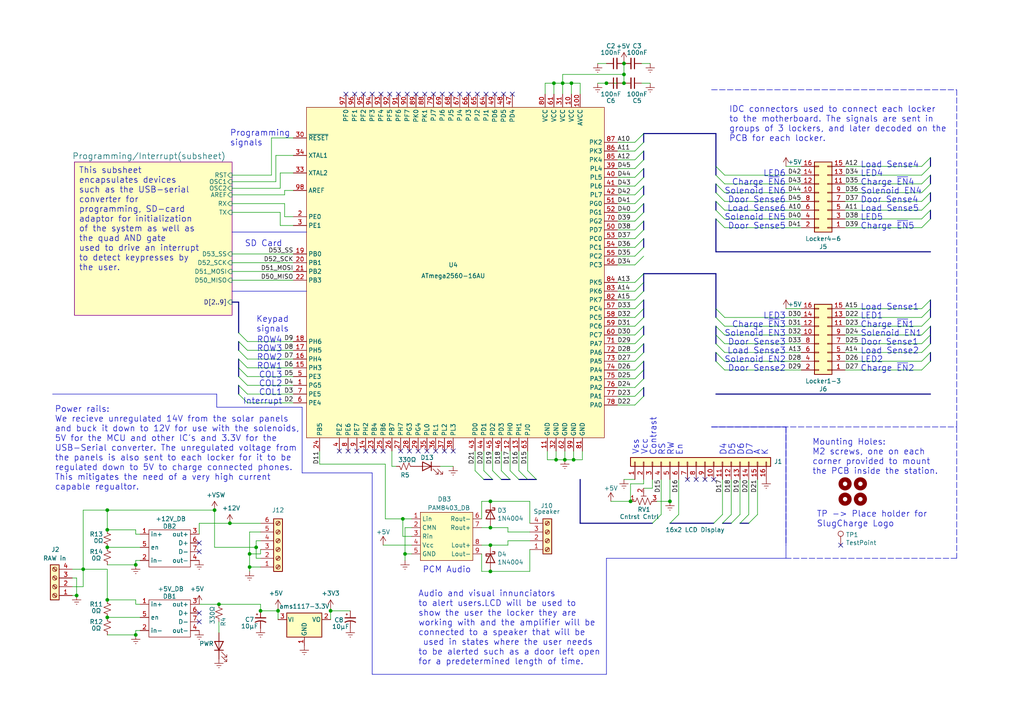
<source format=kicad_sch>
(kicad_sch (version 20200512) (host eeschema "(5.99.0-1662-g9db296991)")
  (page 1 2)
  (paper "A4")
  (title_block (title "SlughCharge Motherboard") (date "2020-05-23") (rev "4.1") (company "SlugCharge") (comment 1 "Engineer: Aditya Sehgal"))
  (junction (at 22.225 172.72))
  (junction (at 24.13 165.1))
  (junction (at 31.115 147.955))
  (junction (at 31.115 153.67))
  (junction (at 31.115 158.75))
  (junction (at 31.115 173.99))
  (junction (at 31.115 179.07))
  (junction (at 39.37 163.83))
  (junction (at 39.37 184.15))
  (junction (at 62.23 147.955))
  (junction (at 63.5 175.26))
  (junction (at 66.675 151.765))
  (junction (at 72.39 160.655))
  (junction (at 72.39 164.465))
  (junction (at 74.295 158.75))
  (junction (at 75.565 177.165))
  (junction (at 80.645 177.165))
  (junction (at 95.885 177.165))
  (junction (at 116.84 150.495))
  (junction (at 117.475 160.655))
  (junction (at 142.24 145.415))
  (junction (at 142.24 153.035))
  (junction (at 142.24 158.115))
  (junction (at 142.24 165.735))
  (junction (at 160.655 24.13))
  (junction (at 161.29 133.35))
  (junction (at 163.195 24.13))
  (junction (at 163.83 133.35))
  (junction (at 165.735 24.13))
  (junction (at 166.37 133.35))
  (junction (at 175.895 24.13))
  (junction (at 180.975 18.415))
  (junction (at 180.975 21.59))
  (junction (at 180.975 24.13))
  (junction (at 182.88 145.415))
  (junction (at 194.31 145.415))
  (no_connect (at 118.745 130.81))
  (no_connect (at 128.905 130.81))
  (no_connect (at 113.03 27.305))
  (no_connect (at 121.285 130.81))
  (no_connect (at 133.35 27.305))
  (no_connect (at 115.57 27.305))
  (no_connect (at 146.05 27.305))
  (no_connect (at 57.785 160.02))
  (no_connect (at 111.125 130.81))
  (no_connect (at 120.65 27.305))
  (no_connect (at 102.87 27.305))
  (no_connect (at 118.11 27.305))
  (no_connect (at 204.47 139.065))
  (no_connect (at 123.825 130.81))
  (no_connect (at 57.785 180.34))
  (no_connect (at 100.965 130.81))
  (no_connect (at 108.585 130.81))
  (no_connect (at 116.205 130.81))
  (no_connect (at 207.01 139.065))
  (no_connect (at 201.93 139.065))
  (no_connect (at 243.84 158.115))
  (no_connect (at 138.43 27.305))
  (no_connect (at 105.41 27.305))
  (no_connect (at 57.785 157.48))
  (no_connect (at 126.365 130.81))
  (no_connect (at 110.49 27.305))
  (no_connect (at 199.39 139.065))
  (no_connect (at 98.425 130.81))
  (no_connect (at 123.19 27.305))
  (no_connect (at 100.33 27.305))
  (no_connect (at 131.445 130.81))
  (no_connect (at 143.51 27.305))
  (no_connect (at 57.785 177.8))
  (no_connect (at 140.97 27.305))
  (no_connect (at 103.505 130.81))
  (no_connect (at 128.27 27.305))
  (no_connect (at 106.045 130.81))
  (no_connect (at 125.73 27.305))
  (no_connect (at 107.95 27.305))
  (no_connect (at 135.89 27.305))
  (no_connect (at 130.81 27.305))
  (no_connect (at 148.59 27.305))
  (bus_entry (at 69.215 96.52) (size 2.54 2.54))
  (bus_entry (at 71.755 101.6) (size -2.54 -2.54))
  (bus_entry (at 71.755 104.14) (size -2.54 -2.54))
  (bus_entry (at 71.755 106.68) (size -2.54 -2.54))
  (bus_entry (at 71.755 109.22) (size -2.54 -2.54))
  (bus_entry (at 71.755 111.76) (size -2.54 -2.54))
  (bus_entry (at 71.755 114.3) (size -2.54 -2.54))
  (bus_entry (at 71.755 116.84) (size -2.54 -2.54))
  (bus_entry (at 140.335 139.065) (size -2.54 -2.54))
  (bus_entry (at 142.875 139.065) (size -2.54 -2.54))
  (bus_entry (at 145.415 139.065) (size -2.54 -2.54))
  (bus_entry (at 147.955 139.065) (size -2.54 -2.54))
  (bus_entry (at 150.495 139.065) (size -2.54 -2.54))
  (bus_entry (at 153.035 139.065) (size -2.54 -2.54))
  (bus_entry (at 155.575 139.065) (size -2.54 -2.54))
  (bus_entry (at 184.15 41.275) (size 2.54 -2.54))
  (bus_entry (at 184.15 43.815) (size 2.54 -2.54))
  (bus_entry (at 184.15 46.355) (size 2.54 -2.54))
  (bus_entry (at 184.15 48.895) (size 2.54 -2.54))
  (bus_entry (at 184.15 51.435) (size 2.54 -2.54))
  (bus_entry (at 184.15 53.975) (size 2.54 -2.54))
  (bus_entry (at 184.15 56.515) (size 2.54 -2.54))
  (bus_entry (at 184.15 59.055) (size 2.54 -2.54))
  (bus_entry (at 184.15 61.595) (size 2.54 -2.54))
  (bus_entry (at 184.15 64.135) (size 2.54 -2.54))
  (bus_entry (at 184.15 66.675) (size 2.54 -2.54))
  (bus_entry (at 184.15 69.215) (size 2.54 -2.54))
  (bus_entry (at 184.15 71.755) (size 2.54 -2.54))
  (bus_entry (at 184.15 74.295) (size 2.54 -2.54))
  (bus_entry (at 184.15 76.835) (size 2.54 -2.54))
  (bus_entry (at 184.15 81.915) (size 2.54 -2.54))
  (bus_entry (at 184.15 84.455) (size 2.54 -2.54))
  (bus_entry (at 184.15 86.995) (size 2.54 -2.54))
  (bus_entry (at 184.15 89.535) (size 2.54 -2.54))
  (bus_entry (at 184.15 92.075) (size 2.54 -2.54))
  (bus_entry (at 184.15 94.615) (size 2.54 -2.54))
  (bus_entry (at 184.15 97.155) (size 2.54 -2.54))
  (bus_entry (at 184.15 99.695) (size 2.54 -2.54))
  (bus_entry (at 184.15 102.235) (size 2.54 -2.54))
  (bus_entry (at 184.15 104.775) (size 2.54 -2.54))
  (bus_entry (at 184.15 107.315) (size 2.54 -2.54))
  (bus_entry (at 184.15 109.855) (size 2.54 -2.54))
  (bus_entry (at 184.15 112.395) (size 2.54 -2.54))
  (bus_entry (at 184.15 114.935) (size 2.54 -2.54))
  (bus_entry (at 184.15 117.475) (size 2.54 -2.54))
  (bus_entry (at 189.23 151.765) (size 2.54 -2.54))
  (bus_entry (at 194.31 151.765) (size 2.54 -2.54))
  (bus_entry (at 207.01 151.765) (size 2.54 -2.54))
  (bus_entry (at 209.55 151.765) (size 2.54 -2.54))
  (bus_entry (at 210.185 50.8) (size -2.54 -2.54))
  (bus_entry (at 210.185 53.34) (size -2.54 -2.54))
  (bus_entry (at 210.185 55.88) (size -2.54 -2.54))
  (bus_entry (at 210.185 58.42) (size -2.54 -2.54))
  (bus_entry (at 210.185 60.96) (size -2.54 -2.54))
  (bus_entry (at 210.185 63.5) (size -2.54 -2.54))
  (bus_entry (at 210.185 66.04) (size -2.54 -2.54))
  (bus_entry (at 210.185 92.075) (size -2.54 -2.54))
  (bus_entry (at 210.185 94.615) (size -2.54 -2.54))
  (bus_entry (at 210.185 97.155) (size -2.54 -2.54))
  (bus_entry (at 210.185 99.695) (size -2.54 -2.54))
  (bus_entry (at 210.185 102.235) (size -2.54 -2.54))
  (bus_entry (at 210.185 104.775) (size -2.54 -2.54))
  (bus_entry (at 210.185 107.315) (size -2.54 -2.54))
  (bus_entry (at 212.09 151.765) (size 2.54 -2.54))
  (bus_entry (at 214.63 151.765) (size 2.54 -2.54))
  (bus_entry (at 217.17 151.765) (size 2.54 -2.54))
  (bus_entry (at 267.335 48.26) (size 2.54 -2.54))
  (bus_entry (at 267.335 50.8) (size 2.54 -2.54))
  (bus_entry (at 267.335 53.34) (size 2.54 -2.54))
  (bus_entry (at 267.335 55.88) (size 2.54 -2.54))
  (bus_entry (at 267.335 58.42) (size 2.54 -2.54))
  (bus_entry (at 267.335 60.96) (size 2.54 -2.54))
  (bus_entry (at 267.335 63.5) (size 2.54 -2.54))
  (bus_entry (at 267.335 66.04) (size 2.54 -2.54))
  (bus_entry (at 267.335 89.535) (size 2.54 -2.54))
  (bus_entry (at 267.335 92.075) (size 2.54 -2.54))
  (bus_entry (at 267.335 94.615) (size 2.54 -2.54))
  (bus_entry (at 267.335 97.155) (size 2.54 -2.54))
  (bus_entry (at 267.335 99.695) (size 2.54 -2.54))
  (bus_entry (at 267.335 102.235) (size 2.54 -2.54))
  (bus_entry (at 267.335 104.775) (size 2.54 -2.54))
  (bus_entry (at 267.335 107.315) (size 2.54 -2.54))
  (wire (pts (xy 20.955 165.1) (xy 24.13 165.1)))
  (wire (pts (xy 20.955 167.64) (xy 22.225 167.64)))
  (wire (pts (xy 20.955 170.18) (xy 24.13 170.18)))
  (wire (pts (xy 22.225 167.64) (xy 22.225 172.72)))
  (wire (pts (xy 22.225 172.72) (xy 20.955 172.72)))
  (wire (pts (xy 24.13 147.955) (xy 24.13 165.1)))
  (wire (pts (xy 24.13 165.1) (xy 24.13 170.18)))
  (wire (pts (xy 24.13 165.1) (xy 31.115 165.1)))
  (wire (pts (xy 31.115 147.955) (xy 24.13 147.955)))
  (wire (pts (xy 31.115 147.955) (xy 31.115 153.67)))
  (wire (pts (xy 31.115 147.955) (xy 62.23 147.955)))
  (wire (pts (xy 31.115 153.67) (xy 39.37 153.67)))
  (wire (pts (xy 31.115 163.83) (xy 39.37 163.83)))
  (wire (pts (xy 31.115 165.1) (xy 31.115 173.99)))
  (wire (pts (xy 31.115 173.99) (xy 39.37 173.99)))
  (wire (pts (xy 31.115 184.15) (xy 39.37 184.15)))
  (wire (pts (xy 39.37 153.67) (xy 39.37 154.94)))
  (wire (pts (xy 39.37 154.94) (xy 40.64 154.94)))
  (wire (pts (xy 39.37 162.56) (xy 40.64 162.56)))
  (wire (pts (xy 39.37 163.83) (xy 39.37 162.56)))
  (wire (pts (xy 39.37 173.99) (xy 39.37 175.26)))
  (wire (pts (xy 39.37 175.26) (xy 40.64 175.26)))
  (wire (pts (xy 39.37 182.88) (xy 39.37 184.15)))
  (wire (pts (xy 40.64 158.75) (xy 31.115 158.75)))
  (wire (pts (xy 40.64 179.07) (xy 31.115 179.07)))
  (wire (pts (xy 40.64 182.88) (xy 39.37 182.88)))
  (wire (pts (xy 57.785 151.765) (xy 57.785 154.94)))
  (wire (pts (xy 57.785 151.765) (xy 66.675 151.765)))
  (wire (pts (xy 57.785 175.26) (xy 63.5 175.26)))
  (wire (pts (xy 62.23 158.75) (xy 62.23 147.955)))
  (wire (pts (xy 62.23 158.75) (xy 74.295 158.75)))
  (wire (pts (xy 63.5 180.34) (xy 63.5 183.515)))
  (wire (pts (xy 66.675 151.765) (xy 75.565 151.765)))
  (wire (pts (xy 67.31 50.8) (xy 78.74 50.8)))
  (wire (pts (xy 67.31 52.705) (xy 80.01 52.705)))
  (wire (pts (xy 67.31 54.61) (xy 81.28 54.61)))
  (wire (pts (xy 67.31 56.515) (xy 82.55 56.515)))
  (wire (pts (xy 67.31 59.055) (xy 82.55 59.055)))
  (wire (pts (xy 67.31 61.595) (xy 81.28 61.595)))
  (wire (pts (xy 67.31 73.66) (xy 85.09 73.66)))
  (wire (pts (xy 67.31 76.2) (xy 85.09 76.2)))
  (wire (pts (xy 67.31 78.74) (xy 85.09 78.74)))
  (wire (pts (xy 67.31 81.28) (xy 85.09 81.28)))
  (wire (pts (xy 71.755 99.06) (xy 85.09 99.06)))
  (wire (pts (xy 71.755 101.6) (xy 85.09 101.6)))
  (wire (pts (xy 71.755 104.14) (xy 85.09 104.14)))
  (wire (pts (xy 71.755 106.68) (xy 85.09 106.68)))
  (wire (pts (xy 71.755 109.22) (xy 85.09 109.22)))
  (wire (pts (xy 71.755 111.76) (xy 85.09 111.76)))
  (wire (pts (xy 71.755 114.3) (xy 85.09 114.3)))
  (wire (pts (xy 71.755 116.84) (xy 85.09 116.84)))
  (wire (pts (xy 72.39 154.305) (xy 75.565 154.305)))
  (wire (pts (xy 72.39 160.655) (xy 72.39 154.305)))
  (wire (pts (xy 72.39 164.465) (xy 72.39 160.655)))
  (wire (pts (xy 72.39 164.465) (xy 72.39 165.735)))
  (wire (pts (xy 74.295 156.845) (xy 74.295 158.75)))
  (wire (pts (xy 74.295 158.75) (xy 74.295 161.925)))
  (wire (pts (xy 74.295 161.925) (xy 75.565 161.925)))
  (wire (pts (xy 75.565 156.845) (xy 74.295 156.845)))
  (wire (pts (xy 75.565 159.385) (xy 75.565 160.655)))
  (wire (pts (xy 75.565 160.655) (xy 72.39 160.655)))
  (wire (pts (xy 75.565 164.465) (xy 72.39 164.465)))
  (wire (pts (xy 75.565 175.26) (xy 63.5 175.26)))
  (wire (pts (xy 75.565 177.165) (xy 75.565 175.26)))
  (wire (pts (xy 75.565 177.165) (xy 80.645 177.165)))
  (wire (pts (xy 78.74 40.005) (xy 85.09 40.005)))
  (wire (pts (xy 78.74 50.8) (xy 78.74 40.005)))
  (wire (pts (xy 80.01 45.085) (xy 85.09 45.085)))
  (wire (pts (xy 80.01 52.705) (xy 80.01 45.085)))
  (wire (pts (xy 80.645 176.53) (xy 80.645 177.165)))
  (wire (pts (xy 80.645 177.165) (xy 80.645 179.705)))
  (wire (pts (xy 81.28 50.165) (xy 85.09 50.165)))
  (wire (pts (xy 81.28 54.61) (xy 81.28 50.165)))
  (wire (pts (xy 81.28 61.595) (xy 81.28 65.405)))
  (wire (pts (xy 81.28 65.405) (xy 85.09 65.405)))
  (wire (pts (xy 82.55 55.245) (xy 85.09 55.245)))
  (wire (pts (xy 82.55 56.515) (xy 82.55 55.245)))
  (wire (pts (xy 82.55 59.055) (xy 82.55 62.865)))
  (wire (pts (xy 82.55 62.865) (xy 85.09 62.865)))
  (wire (pts (xy 92.71 134.62) (xy 92.71 130.81)))
  (wire (pts (xy 95.885 176.53) (xy 95.885 177.165)))
  (wire (pts (xy 95.885 177.165) (xy 95.885 179.705)))
  (wire (pts (xy 95.885 177.165) (xy 101.6 177.165)))
  (wire (pts (xy 111.125 158.115) (xy 119.38 158.115)))
  (wire (pts (xy 111.76 134.62) (xy 92.71 134.62)))
  (wire (pts (xy 111.76 150.495) (xy 111.76 134.62)))
  (wire (pts (xy 113.665 130.81) (xy 113.665 135.255)))
  (wire (pts (xy 113.665 135.255) (xy 114.935 135.255)))
  (wire (pts (xy 116.84 150.495) (xy 111.76 150.495)))
  (wire (pts (xy 116.84 150.495) (xy 116.84 155.575)))
  (wire (pts (xy 116.84 150.495) (xy 119.38 150.495)))
  (wire (pts (xy 116.84 155.575) (xy 119.38 155.575)))
  (wire (pts (xy 117.475 153.035) (xy 119.38 153.035)))
  (wire (pts (xy 117.475 160.655) (xy 117.475 153.035)))
  (wire (pts (xy 117.475 162.56) (xy 117.475 160.655)))
  (wire (pts (xy 119.38 160.655) (xy 117.475 160.655)))
  (wire (pts (xy 127.635 135.255) (xy 131.445 135.255)))
  (wire (pts (xy 137.795 130.81) (xy 137.795 136.525)))
  (wire (pts (xy 139.7 145.415) (xy 139.7 150.495)))
  (wire (pts (xy 139.7 153.035) (xy 142.24 153.035)))
  (wire (pts (xy 139.7 160.655) (xy 139.7 165.735)))
  (wire (pts (xy 139.7 165.735) (xy 142.24 165.735)))
  (wire (pts (xy 140.335 130.81) (xy 140.335 136.525)))
  (wire (pts (xy 142.24 145.415) (xy 139.7 145.415)))
  (wire (pts (xy 142.24 145.415) (xy 153.67 145.415)))
  (wire (pts (xy 142.24 153.035) (xy 147.32 153.035)))
  (wire (pts (xy 142.24 158.115) (xy 139.7 158.115)))
  (wire (pts (xy 142.24 158.115) (xy 147.32 158.115)))
  (wire (pts (xy 142.875 130.81) (xy 142.875 136.525)))
  (wire (pts (xy 145.415 130.81) (xy 145.415 136.525)))
  (wire (pts (xy 147.32 153.035) (xy 147.32 154.305)))
  (wire (pts (xy 147.32 154.305) (xy 153.67 154.305)))
  (wire (pts (xy 147.32 156.845) (xy 153.67 156.845)))
  (wire (pts (xy 147.32 158.115) (xy 147.32 156.845)))
  (wire (pts (xy 147.955 130.81) (xy 147.955 136.525)))
  (wire (pts (xy 150.495 130.81) (xy 150.495 136.525)))
  (wire (pts (xy 153.035 130.81) (xy 153.035 136.525)))
  (wire (pts (xy 153.67 145.415) (xy 153.67 151.765)))
  (wire (pts (xy 153.67 165.735) (xy 142.24 165.735)))
  (wire (pts (xy 153.67 165.735) (xy 153.67 159.385)))
  (wire (pts (xy 158.115 24.13) (xy 158.115 27.305)))
  (wire (pts (xy 158.115 24.13) (xy 160.655 24.13)))
  (wire (pts (xy 158.75 133.35) (xy 158.75 130.81)))
  (wire (pts (xy 160.655 24.13) (xy 160.655 27.305)))
  (wire (pts (xy 160.655 24.13) (xy 163.195 24.13)))
  (wire (pts (xy 161.29 130.81) (xy 161.29 133.35)))
  (wire (pts (xy 161.29 133.35) (xy 158.75 133.35)))
  (wire (pts (xy 163.195 21.59) (xy 163.195 24.13)))
  (wire (pts (xy 163.195 24.13) (xy 163.195 27.305)))
  (wire (pts (xy 163.195 24.13) (xy 165.735 24.13)))
  (wire (pts (xy 163.83 130.81) (xy 163.83 133.35)))
  (wire (pts (xy 163.83 133.35) (xy 161.29 133.35)))
  (wire (pts (xy 165.735 24.13) (xy 165.735 27.305)))
  (wire (pts (xy 165.735 24.13) (xy 168.275 24.13)))
  (wire (pts (xy 166.37 130.81) (xy 166.37 133.35)))
  (wire (pts (xy 166.37 133.35) (xy 163.83 133.35)))
  (wire (pts (xy 168.275 24.13) (xy 168.275 27.305)))
  (wire (pts (xy 168.91 130.81) (xy 168.91 133.35)))
  (wire (pts (xy 168.91 133.35) (xy 166.37 133.35)))
  (wire (pts (xy 175.895 18.415) (xy 173.355 18.415)))
  (wire (pts (xy 175.895 24.13) (xy 173.355 24.13)))
  (wire (pts (xy 177.165 145.415) (xy 182.88 145.415)))
  (wire (pts (xy 179.07 41.275) (xy 184.15 41.275)))
  (wire (pts (xy 179.07 43.815) (xy 184.15 43.815)))
  (wire (pts (xy 179.07 46.355) (xy 184.15 46.355)))
  (wire (pts (xy 179.07 48.895) (xy 184.15 48.895)))
  (wire (pts (xy 179.07 51.435) (xy 184.15 51.435)))
  (wire (pts (xy 179.07 53.975) (xy 184.15 53.975)))
  (wire (pts (xy 179.07 56.515) (xy 184.15 56.515)))
  (wire (pts (xy 179.07 59.055) (xy 184.15 59.055)))
  (wire (pts (xy 179.07 61.595) (xy 184.15 61.595)))
  (wire (pts (xy 179.07 64.135) (xy 184.15 64.135)))
  (wire (pts (xy 179.07 66.675) (xy 184.15 66.675)))
  (wire (pts (xy 179.07 69.215) (xy 184.15 69.215)))
  (wire (pts (xy 179.07 71.755) (xy 184.15 71.755)))
  (wire (pts (xy 179.07 74.295) (xy 184.15 74.295)))
  (wire (pts (xy 179.07 76.835) (xy 184.15 76.835)))
  (wire (pts (xy 179.07 81.915) (xy 184.15 81.915)))
  (wire (pts (xy 179.07 84.455) (xy 184.15 84.455)))
  (wire (pts (xy 179.07 86.995) (xy 184.15 86.995)))
  (wire (pts (xy 179.07 89.535) (xy 184.15 89.535)))
  (wire (pts (xy 179.07 92.075) (xy 184.15 92.075)))
  (wire (pts (xy 179.07 94.615) (xy 184.15 94.615)))
  (wire (pts (xy 179.07 97.155) (xy 184.15 97.155)))
  (wire (pts (xy 179.07 99.695) (xy 184.15 99.695)))
  (wire (pts (xy 179.07 102.235) (xy 184.15 102.235)))
  (wire (pts (xy 179.07 104.775) (xy 184.15 104.775)))
  (wire (pts (xy 179.07 107.315) (xy 184.15 107.315)))
  (wire (pts (xy 179.07 109.855) (xy 184.15 109.855)))
  (wire (pts (xy 179.07 112.395) (xy 184.15 112.395)))
  (wire (pts (xy 179.07 114.935) (xy 184.15 114.935)))
  (wire (pts (xy 179.07 117.475) (xy 184.15 117.475)))
  (wire (pts (xy 180.975 17.78) (xy 180.975 18.415)))
  (wire (pts (xy 180.975 18.415) (xy 180.975 21.59)))
  (wire (pts (xy 180.975 21.59) (xy 163.195 21.59)))
  (wire (pts (xy 180.975 21.59) (xy 180.975 24.13)))
  (wire (pts (xy 180.975 24.13) (xy 175.895 24.13)))
  (wire (pts (xy 180.975 139.065) (xy 184.15 139.065)))
  (wire (pts (xy 182.88 140.335) (xy 182.88 145.415)))
  (wire (pts (xy 186.055 18.415) (xy 188.595 18.415)))
  (wire (pts (xy 186.055 24.13) (xy 188.595 24.13)))
  (wire (pts (xy 186.69 139.065) (xy 186.69 140.335)))
  (wire (pts (xy 186.69 140.335) (xy 182.88 140.335)))
  (wire (pts (xy 186.69 141.605) (xy 189.23 141.605)))
  (wire (pts (xy 189.23 141.605) (xy 189.23 139.065)))
  (wire (pts (xy 190.5 145.415) (xy 194.31 145.415)))
  (wire (pts (xy 191.77 139.065) (xy 191.77 149.225)))
  (wire (pts (xy 194.31 139.065) (xy 194.31 145.415)))
  (wire (pts (xy 196.85 139.065) (xy 196.85 149.225)))
  (wire (pts (xy 209.55 139.065) (xy 209.55 149.225)))
  (wire (pts (xy 210.185 50.8) (xy 232.41 50.8)))
  (wire (pts (xy 210.185 53.34) (xy 232.41 53.34)))
  (wire (pts (xy 210.185 55.88) (xy 232.41 55.88)))
  (wire (pts (xy 210.185 58.42) (xy 232.41 58.42)))
  (wire (pts (xy 210.185 60.96) (xy 232.41 60.96)))
  (wire (pts (xy 210.185 63.5) (xy 232.41 63.5)))
  (wire (pts (xy 210.185 66.04) (xy 232.41 66.04)))
  (wire (pts (xy 210.185 92.075) (xy 232.41 92.075)))
  (wire (pts (xy 210.185 94.615) (xy 232.41 94.615)))
  (wire (pts (xy 210.185 97.155) (xy 232.41 97.155)))
  (wire (pts (xy 210.185 99.695) (xy 232.41 99.695)))
  (wire (pts (xy 210.185 102.235) (xy 232.41 102.235)))
  (wire (pts (xy 210.185 104.775) (xy 232.41 104.775)))
  (wire (pts (xy 210.185 107.315) (xy 232.41 107.315)))
  (wire (pts (xy 212.09 139.065) (xy 212.09 149.225)))
  (wire (pts (xy 214.63 139.065) (xy 214.63 149.225)))
  (wire (pts (xy 217.17 139.065) (xy 217.17 149.225)))
  (wire (pts (xy 219.71 139.065) (xy 219.71 149.225)))
  (wire (pts (xy 227.965 48.26) (xy 232.41 48.26)))
  (wire (pts (xy 227.965 89.535) (xy 232.41 89.535)))
  (wire (pts (xy 245.11 48.26) (xy 267.335 48.26)))
  (wire (pts (xy 245.11 50.8) (xy 267.335 50.8)))
  (wire (pts (xy 245.11 53.34) (xy 267.335 53.34)))
  (wire (pts (xy 245.11 55.88) (xy 267.335 55.88)))
  (wire (pts (xy 245.11 58.42) (xy 267.335 58.42)))
  (wire (pts (xy 245.11 60.96) (xy 267.335 60.96)))
  (wire (pts (xy 245.11 63.5) (xy 267.335 63.5)))
  (wire (pts (xy 245.11 66.04) (xy 267.335 66.04)))
  (wire (pts (xy 245.11 89.535) (xy 267.335 89.535)))
  (wire (pts (xy 245.11 92.075) (xy 267.335 92.075)))
  (wire (pts (xy 245.11 94.615) (xy 267.335 94.615)))
  (wire (pts (xy 245.11 97.155) (xy 267.335 97.155)))
  (wire (pts (xy 245.11 99.695) (xy 267.335 99.695)))
  (wire (pts (xy 245.11 102.235) (xy 267.335 102.235)))
  (wire (pts (xy 245.11 104.775) (xy 267.335 104.775)))
  (wire (pts (xy 245.11 107.315) (xy 267.335 107.315)))
  (bus (pts (xy 69.215 87.63) (xy 67.31 87.63)))
  (bus (pts (xy 69.215 87.63) (xy 69.215 99.06)))
  (bus (pts (xy 69.215 99.06) (xy 69.215 104.14)))
  (bus (pts (xy 69.215 104.14) (xy 69.215 106.68)))
  (bus (pts (xy 69.215 106.68) (xy 69.215 111.76)))
  (bus (pts (xy 69.215 111.76) (xy 69.215 114.3)))
  (bus (pts (xy 140.335 139.065) (xy 145.415 139.065)))
  (bus (pts (xy 145.415 139.065) (xy 150.495 139.065)))
  (bus (pts (xy 150.495 139.065) (xy 153.035 139.065)))
  (bus (pts (xy 153.035 139.065) (xy 168.275 139.065)))
  (bus (pts (xy 168.275 151.765) (xy 168.275 139.065)))
  (bus (pts (xy 168.275 151.765) (xy 194.31 151.765)))
  (bus (pts (xy 186.69 38.735) (xy 186.69 43.815)))
  (bus (pts (xy 186.69 38.735) (xy 207.645 38.735)))
  (bus (pts (xy 186.69 43.815) (xy 186.69 48.895)))
  (bus (pts (xy 186.69 48.895) (xy 186.69 53.975)))
  (bus (pts (xy 186.69 53.975) (xy 186.69 59.055)))
  (bus (pts (xy 186.69 59.055) (xy 186.69 64.135)))
  (bus (pts (xy 186.69 64.135) (xy 186.69 69.215)))
  (bus (pts (xy 186.69 69.215) (xy 186.69 74.295)))
  (bus (pts (xy 186.69 79.375) (xy 186.69 81.915)))
  (bus (pts (xy 186.69 79.375) (xy 207.645 79.375)))
  (bus (pts (xy 186.69 81.915) (xy 186.69 86.995)))
  (bus (pts (xy 186.69 86.995) (xy 186.69 89.535)))
  (bus (pts (xy 186.69 89.535) (xy 186.69 94.615)))
  (bus (pts (xy 186.69 94.615) (xy 186.69 99.695)))
  (bus (pts (xy 186.69 99.695) (xy 186.69 104.775)))
  (bus (pts (xy 186.69 104.775) (xy 186.69 107.315)))
  (bus (pts (xy 186.69 107.315) (xy 186.69 112.395)))
  (bus (pts (xy 186.69 112.395) (xy 186.69 114.935)))
  (bus (pts (xy 194.31 151.765) (xy 209.55 151.765)))
  (bus (pts (xy 207.645 38.735) (xy 207.645 48.26)))
  (bus (pts (xy 207.645 48.26) (xy 207.645 53.34)))
  (bus (pts (xy 207.645 53.34) (xy 207.645 58.42)))
  (bus (pts (xy 207.645 58.42) (xy 207.645 63.5)))
  (bus (pts (xy 207.645 63.5) (xy 207.645 73.025)))
  (bus (pts (xy 207.645 73.025) (xy 269.875 73.025)))
  (bus (pts (xy 207.645 79.375) (xy 207.645 89.535)))
  (bus (pts (xy 207.645 89.535) (xy 207.645 94.615)))
  (bus (pts (xy 207.645 94.615) (xy 207.645 97.155)))
  (bus (pts (xy 207.645 97.155) (xy 207.645 102.235)))
  (bus (pts (xy 207.645 102.235) (xy 207.645 114.3)))
  (bus (pts (xy 207.645 114.3) (xy 269.875 114.3)))
  (bus (pts (xy 209.55 151.765) (xy 214.63 151.765)))
  (bus (pts (xy 214.63 151.765) (xy 217.17 151.765)))
  (bus (pts (xy 269.875 45.72) (xy 269.875 50.8)))
  (bus (pts (xy 269.875 50.8) (xy 269.875 55.88)))
  (bus (pts (xy 269.875 55.88) (xy 269.875 60.96)))
  (bus (pts (xy 269.875 60.96) (xy 269.875 73.025)))
  (bus (pts (xy 269.875 86.995) (xy 269.875 89.535)))
  (bus (pts (xy 269.875 89.535) (xy 269.875 94.615)))
  (bus (pts (xy 269.875 94.615) (xy 269.875 97.155)))
  (bus (pts (xy 269.875 97.155) (xy 269.875 102.235)))
  (bus (pts (xy 269.875 102.235) (xy 269.875 114.3)))
  (polyline (pts (xy 15.24 114.3) (xy 62.865 114.3)))
  (polyline (pts (xy 62.865 114.3) (xy 62.865 118.11)))
  (polyline (pts (xy 62.865 118.11) (xy 75.565 118.11)))
  (polyline (pts (xy 67.31 67.31) (xy 88.9 67.31)))
  (polyline (pts (xy 67.31 84.455) (xy 88.9 84.455)))
  (polyline (pts (xy 75.565 118.11) (xy 87.63 118.11)))
  (polyline (pts (xy 87.63 118.11) (xy 87.63 137.16)))
  (polyline (pts (xy 87.63 137.16) (xy 107.95 137.16)))
  (polyline (pts (xy 107.95 137.16) (xy 107.95 195.58)))
  (polyline (pts (xy 107.95 195.58) (xy 175.895 195.58)))
  (polyline (pts (xy 175.895 161.925) (xy 227.965 161.925)))
  (polyline (pts (xy 175.895 195.58) (xy 175.895 161.925)))
  (polyline (pts (xy 206.375 26.035) (xy 277.495 26.035)) (stroke (width 0.1524) (type dash)))
  (polyline (pts (xy 206.375 123.825) (xy 277.495 123.825)) (stroke (width 0.1524) (type dash)))
  (polyline (pts (xy 227.965 123.825) (xy 206.375 123.825)))
  (polyline (pts (xy 227.965 123.825) (xy 227.965 158.115)) (stroke (width 0.1524) (type dash)))
  (polyline (pts (xy 227.965 161.925) (xy 227.965 123.825)))
  (polyline (pts (xy 277.495 26.035) (xy 277.495 123.825)) (stroke (width 0.1524) (type dash)))
  (polyline (pts (xy 277.495 123.825) (xy 277.495 161.925)) (stroke (width 0.1524) (type dash)))
  (polyline (pts (xy 277.495 161.925) (xy 227.965 161.925)) (stroke (width 0.1524) (type dash)))
  (text "Power rails:\nWe recieve unregulated 14V from the solar panels \nand buck it down to 12V for use with the solenoids, \n5V for the MCU and other IC's and 3.3V for the \nUSB-Serial converter. The unregulated voltage from \nthe panels is also sent to each locker for it to be \nregulated down to 5V to charge connected phones. \nThis mitigates the need of a very high current \ncapable regualtor." (at 15.875 142.367 0) (effects (font (size 1.75 1.75)) (justify left bottom)))
  (text "This subsheet \nencapsulates devices \nsuch as the USB-serial \nconverter for \nprogramming, SD-card \nadaptor for initialization \nof the system as well as \nthe quad AND gate \nused to drive an interrupt \nto detect keypresses by \nthe user." (at 22.86 78.74 0) (effects (font (size 1.75 1.75)) (justify left bottom)))
  (text "Programming\nsignals" (at 66.675 42.545 0) (effects (font (size 1.75 1.75)) (justify left bottom)))
  (text "Keypad \nsignals" (at 74.295 96.52 0) (effects (font (size 1.75 1.75)) (justify left bottom)))
  (text "SD Card" (at 81.915 71.755 180) (effects (font (size 1.75 1.75)) (justify right bottom)))
  (text "ROW4" (at 81.915 99.695 180) (effects (font (size 1.75 1.75)) (justify right bottom)))
  (text "ROW3" (at 81.915 102.235 180) (effects (font (size 1.75 1.75)) (justify right bottom)))
  (text "ROW2" (at 81.915 104.775 180) (effects (font (size 1.75 1.75)) (justify right bottom)))
  (text "ROW1" (at 81.915 107.315 180) (effects (font (size 1.75 1.75)) (justify right bottom)))
  (text "COL3" (at 81.915 109.855 180) (effects (font (size 1.75 1.75)) (justify right bottom)))
  (text "COL2" (at 81.915 112.395 180) (effects (font (size 1.75 1.75)) (justify right bottom)))
  (text "COL1" (at 81.915 114.935 180) (effects (font (size 1.75 1.75)) (justify right bottom)))
  (text "Interrupt" (at 81.915 117.475 180) (effects (font (size 1.75 1.75)) (justify right bottom)))
  (text "Audio and visual innunciators \nto alert users.LCD will be used to \nshow the user the locker they are \nworking with and the amplifier will be \nconnected to a speaker that will be\n used in states where the user needs \nto be alerted such as a door left open \nfor a predetermined length of time." (at 121.285 193.04 0) (effects (font (size 1.75 1.75)) (justify left bottom)))
  (text "PCM Audio" (at 122.555 166.37 0) (effects (font (size 1.75 1.75)) (justify left bottom)))
  (text "Vss" (at 185.42 131.953 90) (effects (font (size 1.75 1.75)) (justify left bottom)))
  (text "Vcc" (at 187.96 131.953 90) (effects (font (size 1.75 1.75)) (justify left bottom)))
  (text "Contrast" (at 190.5 132.207 90) (effects (font (size 1.75 1.75)) (justify left bottom)))
  (text "RS" (at 193.04 132.207 90) (effects (font (size 1.75 1.75)) (justify left bottom)))
  (text "RW" (at 195.58 132.207 90) (effects (font (size 1.75 1.75)) (justify left bottom)))
  (text "En" (at 198.12 132.207 90) (effects (font (size 1.75 1.75)) (justify left bottom)))
  (text "D4" (at 210.82 132.207 90) (effects (font (size 1.75 1.75)) (justify left bottom)))
  (text "IDC connectors used to connect each locker \nto the motherboard. The signals are sent in \ngroups of 3 lockers, and later decoded on the \nPCB for each locker." (at 211.455 41.275 0) (effects (font (size 1.75 1.75)) (justify left bottom)))
  (text "D5" (at 213.36 132.207 90) (effects (font (size 1.75 1.75)) (justify left bottom)))
  (text "D6" (at 215.9 132.207 90) (effects (font (size 1.75 1.75)) (justify left bottom)))
  (text "D7" (at 218.44 132.207 90) (effects (font (size 1.75 1.75)) (justify left bottom)))
  (text "A" (at 220.599 132.08 90) (effects (font (size 1.75 1.75)) (justify left bottom)))
  (text "K" (at 222.885 132.207 90) (effects (font (size 1.75 1.75)) (justify left bottom)))
  (text "LED6" (at 227.965 51.435 180) (effects (font (size 1.75 1.75)) (justify right bottom)))
  (text "Charge ~EN~6" (at 227.965 53.975 180) (effects (font (size 1.75 1.75)) (justify right bottom)))
  (text "Solenoid EN6" (at 227.965 56.515 180) (effects (font (size 1.75 1.75)) (justify right bottom)))
  (text "Door Sense6" (at 227.965 59.055 180) (effects (font (size 1.75 1.75)) (justify right bottom)))
  (text "Load Sense6" (at 227.965 61.595 180) (effects (font (size 1.75 1.75)) (justify right bottom)))
  (text "Solenoid EN5" (at 227.965 64.135 180) (effects (font (size 1.75 1.75)) (justify right bottom)))
  (text "Door Sense5" (at 227.965 66.675 180) (effects (font (size 1.75 1.75)) (justify right bottom)))
  (text "LED3" (at 227.965 92.71 180) (effects (font (size 1.75 1.75)) (justify right bottom)))
  (text "Charge ~EN~3" (at 227.965 95.25 180) (effects (font (size 1.75 1.75)) (justify right bottom)))
  (text "Solenoid EN3" (at 227.965 97.79 180) (effects (font (size 1.75 1.75)) (justify right bottom)))
  (text "Door Sense3" (at 227.965 100.33 180) (effects (font (size 1.75 1.75)) (justify right bottom)))
  (text "Load Sense3" (at 227.965 102.87 180) (effects (font (size 1.75 1.75)) (justify right bottom)))
  (text "Solenoid EN2" (at 227.965 105.41 180) (effects (font (size 1.75 1.75)) (justify right bottom)))
  (text "Door Sense2" (at 227.965 107.95 180) (effects (font (size 1.75 1.75)) (justify right bottom)))
  (text "Mounting Holes:\nM2 screws, one on each \ncorner provided to mount \nthe PCB inside the station." (at 235.585 137.795 0) (effects (font (size 1.75 1.75)) (justify left bottom)))
  (text "TP -> Place holder for \nSlugCharge Logo" (at 236.855 153.035 0) (effects (font (size 1.75 1.75)) (justify left bottom)))
  (text "Load Sense4" (at 249.555 48.895 0) (effects (font (size 1.75 1.75)) (justify left bottom)))
  (text "LED4" (at 249.555 51.435 0) (effects (font (size 1.75 1.75)) (justify left bottom)))
  (text "Charge ~EN~4" (at 249.555 53.975 0) (effects (font (size 1.75 1.75)) (justify left bottom)))
  (text "Solenoid EN4" (at 249.555 56.515 0) (effects (font (size 1.75 1.75)) (justify left bottom)))
  (text "Door Sense4" (at 249.555 59.055 0) (effects (font (size 1.75 1.75)) (justify left bottom)))
  (text "Load Sense5" (at 249.555 61.595 0) (effects (font (size 1.75 1.75)) (justify left bottom)))
  (text "LED5" (at 249.555 64.135 0) (effects (font (size 1.75 1.75)) (justify left bottom)))
  (text "Charge ~EN~5" (at 249.555 66.675 0) (effects (font (size 1.75 1.75)) (justify left bottom)))
  (text "Load Sense1" (at 249.555 90.17 0) (effects (font (size 1.75 1.75)) (justify left bottom)))
  (text "LED1" (at 249.555 92.71 0) (effects (font (size 1.75 1.75)) (justify left bottom)))
  (text "Charge ~EN~1" (at 249.555 95.25 0) (effects (font (size 1.75 1.75)) (justify left bottom)))
  (text "Solenoid EN1" (at 249.555 97.79 0) (effects (font (size 1.75 1.75)) (justify left bottom)))
  (text "Door Sense1" (at 249.555 100.33 0) (effects (font (size 1.75 1.75)) (justify left bottom)))
  (text "Load Sense2" (at 249.555 102.87 0) (effects (font (size 1.75 1.75)) (justify left bottom)))
  (text "LED2" (at 249.555 105.41 0) (effects (font (size 1.75 1.75)) (justify left bottom)))
  (text "Charge ~EN~2" (at 249.555 107.95 0) (effects (font (size 1.75 1.75)) (justify left bottom)))
  (label "D53_SS" (at 85.09 73.66 180))
  (label "D52_SCK" (at 85.09 76.2 180))
  (label "D51_MOSI" (at 85.09 78.74 180))
  (label "D50_MISO" (at 85.09 81.28 180))
  (label "D9" (at 85.09 99.06 180))
  (label "D8" (at 85.09 101.6 180))
  (label "D7" (at 85.09 104.14 180))
  (label "D6" (at 85.09 106.68 180))
  (label "D5" (at 85.09 109.22 180))
  (label "D4" (at 85.09 111.76 180))
  (label "D3" (at 85.09 114.3 180))
  (label "D2" (at 85.09 116.84 180))
  (label "D11" (at 92.71 130.81 270))
  (label "D21" (at 137.795 130.81 270))
  (label "D20" (at 140.335 130.81 270))
  (label "D19" (at 142.875 130.81 270))
  (label "D18" (at 145.415 130.81 270))
  (label "D17" (at 147.955 130.81 270))
  (label "D16" (at 150.495 130.81 270))
  (label "D15" (at 153.035 130.81 270))
  (label "A10" (at 179.07 41.275 0))
  (label "A11" (at 179.07 43.815 0))
  (label "A12" (at 179.07 46.355 0))
  (label "D45" (at 179.07 48.895 0))
  (label "D44" (at 179.07 51.435 0))
  (label "D43" (at 179.07 53.975 0))
  (label "D42" (at 179.07 56.515 0))
  (label "D41" (at 179.07 59.055 0))
  (label "D40" (at 179.07 61.595 0))
  (label "D39" (at 179.07 64.135 0))
  (label "D38" (at 179.07 66.675 0))
  (label "D37" (at 179.07 69.215 0))
  (label "D36" (at 179.07 71.755 0))
  (label "D35" (at 179.07 74.295 0))
  (label "D34" (at 179.07 76.835 0))
  (label "A13" (at 179.07 81.915 0))
  (label "A14" (at 179.07 84.455 0))
  (label "A15" (at 179.07 86.995 0))
  (label "D33" (at 179.07 89.535 0))
  (label "D32" (at 179.07 92.075 0))
  (label "D31" (at 179.07 94.615 0))
  (label "D30" (at 179.07 97.155 0))
  (label "D29" (at 179.07 99.695 0))
  (label "D28" (at 179.07 102.235 0))
  (label "D27" (at 179.07 104.775 0))
  (label "D26" (at 179.07 107.315 0))
  (label "D25" (at 179.07 109.855 0))
  (label "D24" (at 179.07 112.395 0))
  (label "D23" (at 179.07 114.935 0))
  (label "D22" (at 179.07 117.475 0))
  (label "D15" (at 191.77 139.065 270))
  (label "D16" (at 196.85 139.065 270))
  (label "D17" (at 209.55 139.065 270))
  (label "D18" (at 212.09 139.065 270))
  (label "D19" (at 214.63 139.065 270))
  (label "D20" (at 217.17 139.065 270))
  (label "D21" (at 219.71 139.065 270))
  (label "D42" (at 232.41 50.8 180))
  (label "D43" (at 232.41 53.34 180))
  (label "D44" (at 232.41 55.88 180))
  (label "D45" (at 232.41 58.42 180))
  (label "A10" (at 232.41 60.96 180))
  (label "D40" (at 232.41 63.5 180))
  (label "D41" (at 232.41 66.04 180))
  (label "D30" (at 232.41 92.075 180))
  (label "D31" (at 232.41 94.615 180))
  (label "D32" (at 232.41 97.155 180))
  (label "D33" (at 232.41 99.695 180))
  (label "A13" (at 232.41 102.235 180))
  (label "D28" (at 232.41 104.775 180))
  (label "D29" (at 232.41 107.315 180))
  (label "A12" (at 245.11 48.26 0))
  (label "D34" (at 245.11 50.8 0))
  (label "D35" (at 245.11 53.34 0))
  (label "D36" (at 245.11 55.88 0))
  (label "D37" (at 245.11 58.42 0))
  (label "A11" (at 245.11 60.96 0))
  (label "D38" (at 245.11 63.5 0))
  (label "D39" (at 245.11 66.04 0))
  (label "A15" (at 245.11 89.535 0))
  (label "D22" (at 245.11 92.075 0))
  (label "D23" (at 245.11 94.615 0))
  (label "D24" (at 245.11 97.155 0))
  (label "D25" (at 245.11 99.695 0))
  (label "A14" (at 245.11 102.235 0))
  (label "D26" (at 245.11 104.775 0))
  (label "D27" (at 245.11 107.315 0))
  (symbol (lib_id "Connector:TestPoint") (at 243.84 158.115 0) (unit 1)
    (property "Reference" "TP1" (at 245.3132 155.1178 0) (effects (justify left)))
    (property "Value" "TestPoint" (at 245.3132 157.4292 0) (effects (justify left)))
    (property "Footprint" "SDP_non-standard:logoinv" (effects hide))
  )
  (symbol (lib_id "power:+5V") (at 57.785 175.26 0) (unit 1)
    (property "Reference" "#PWR0118" (effects hide))
    (property "Value" "+5V" (at 57.15 170.815 0))
  )
  (symbol (lib_id "power:+VSW") (at 62.23 147.955 0) (unit 1)
    (property "Reference" "#PWR0135" (effects hide))
    (property "Value" "+VSW" (at 62.611 143.5608 0))
  )
  (symbol (lib_id "power:+12V") (at 66.675 151.765 0) (unit 1)
    (property "Reference" "#PWR0142" (effects hide))
    (property "Value" "+12V" (at 67.056 147.3708 0))
  )
  (symbol (lib_id "power:+5V") (at 80.645 176.53 0) (unit 1)
    (property "Reference" "#PWR0120" (effects hide))
    (property "Value" "+5V" (at 80.01 172.085 0))
  )
  (symbol (lib_id "power:+3V3") (at 95.885 176.53 0) (unit 1)
    (property "Reference" "#PWR0160" (effects hide))
    (property "Value" "+3V3" (at 95.885 172.085 0))
  )
  (symbol (lib_id "power:+5V") (at 111.125 158.115 0) (unit 1)
    (property "Reference" "#PWR0148" (effects hide))
    (property "Value" "+5V" (at 111.125 154.305 0))
  )
  (symbol (lib_id "power:+5V") (at 177.165 145.415 0) (unit 1)
    (property "Reference" "#PWR0139" (effects hide))
    (property "Value" "+5V" (at 177.165 141.605 0))
  )
  (symbol (lib_id "power:+5V") (at 180.975 17.78 0) (unit 1)
    (property "Reference" "#PWR0103" (effects hide))
    (property "Value" "+5V" (at 180.721 13.3858 0))
  )
  (symbol (lib_id "power:+5V") (at 227.965 48.26 0) (unit 1)
    (property "Reference" "#PWR0124" (effects hide))
    (property "Value" "+5V" (at 230.505 46.99 0))
  )
  (symbol (lib_id "power:+5V") (at 227.965 89.535 0) (unit 1)
    (property "Reference" "#PWR0125" (effects hide))
    (property "Value" "+5V" (at 230.505 88.265 0))
  )
  (symbol (lib_id "power:GNDREF") (at 22.225 172.72 0) (unit 1)
    (property "Reference" "#PWR0109" (effects hide))
    (property "Value" "GNDREF" (effects hide))
  )
  (symbol (lib_id "power:GNDREF") (at 39.37 163.83 0) (unit 1)
    (property "Reference" "#PWR0133" (effects hide))
    (property "Value" "GNDREF" (effects hide))
  )
  (symbol (lib_id "power:GNDREF") (at 39.37 184.15 0) (unit 1)
    (property "Reference" "#PWR0110" (effects hide))
    (property "Value" "GNDREF" (effects hide))
  )
  (symbol (lib_id "power:GNDREF") (at 57.785 162.56 0) (unit 1)
    (property "Reference" "#PWR0141" (effects hide))
    (property "Value" "GNDREF" (effects hide))
  )
  (symbol (lib_id "power:GNDREF") (at 57.785 182.88 0) (unit 1)
    (property "Reference" "#PWR0121" (effects hide))
    (property "Value" "GNDREF" (effects hide))
  )
  (symbol (lib_id "power:GNDREF") (at 63.5 191.135 0) (unit 1)
    (property "Reference" "#PWR0107" (effects hide))
    (property "Value" "GNDREF" (effects hide))
  )
  (symbol (lib_id "power:GNDREF") (at 72.39 165.735 0) (mirror y) (unit 1)
    (property "Reference" "#PWR0105" (effects hide))
    (property "Value" "GNDREF" (effects hide))
  )
  (symbol (lib_id "power:GNDREF") (at 75.565 182.245 0) (unit 1)
    (property "Reference" "#PWR0163" (effects hide))
    (property "Value" "GNDREF" (effects hide))
  )
  (symbol (lib_id "power:GNDREF") (at 88.265 187.325 0) (unit 1)
    (property "Reference" "#PWR0161" (effects hide))
    (property "Value" "GNDREF" (effects hide))
  )
  (symbol (lib_id "power:GNDREF") (at 101.6 182.245 0) (unit 1)
    (property "Reference" "#PWR0162" (effects hide))
    (property "Value" "GNDREF" (effects hide))
  )
  (symbol (lib_id "power:GNDREF") (at 117.475 162.56 0) (unit 1)
    (property "Reference" "#PWR0117" (effects hide))
    (property "Value" "GNDREF" (effects hide))
  )
  (symbol (lib_id "power:GNDREF") (at 131.445 135.255 0) (unit 1)
    (property "Reference" "#PWR0106" (effects hide))
    (property "Value" "GNDREF" (effects hide))
  )
  (symbol (lib_id "power:GNDREF") (at 163.83 133.35 0) (unit 1)
    (property "Reference" "#PWR0101" (effects hide))
    (property "Value" "GNDREF" (effects hide))
  )
  (symbol (lib_id "power:GNDREF") (at 173.355 18.415 0) (unit 1)
    (property "Reference" "#PWR0113" (effects hide))
    (property "Value" "GNDREF" (effects hide))
  )
  (symbol (lib_id "power:GNDREF") (at 173.355 24.13 0) (unit 1)
    (property "Reference" "#PWR0114" (effects hide))
    (property "Value" "GNDREF" (effects hide))
  )
  (symbol (lib_id "power:GNDREF") (at 180.975 139.065 0) (unit 1)
    (property "Reference" "#PWR0140" (effects hide))
    (property "Value" "GNDREF" (effects hide))
  )
  (symbol (lib_id "power:GNDREF") (at 188.595 18.415 0) (unit 1)
    (property "Reference" "#PWR0112" (effects hide))
    (property "Value" "GNDREF" (effects hide))
  )
  (symbol (lib_id "power:GNDREF") (at 188.595 24.13 0) (unit 1)
    (property "Reference" "#PWR0102" (effects hide))
    (property "Value" "GNDREF" (effects hide))
  )
  (symbol (lib_id "power:GNDREF") (at 194.31 145.415 0) (unit 1)
    (property "Reference" "#PWR0137" (effects hide))
    (property "Value" "GNDREF" (effects hide))
  )
  (symbol (lib_id "power:GNDREF") (at 222.25 139.065 0) (unit 1)
    (property "Reference" "#PWR0136" (effects hide))
    (property "Value" "GNDREF" (effects hide))
  )
  (symbol (lib_name "Device:R_Small_US_12") (lib_id "Device:R_Small_US") (at 31.115 156.21 180) (unit 1)
    (property "Reference" "R13" (at 27.94 154.94 0))
    (property "Value" "0Ω" (at 28.575 156.845 0))
    (property "Footprint" "Resistor_SMD:R_0805_2012Metric_Pad1.15x1.40mm_HandSolder" (effects hide))
  )
  (symbol (lib_name "Device:R_Small_US_11") (lib_id "Device:R_Small_US") (at 31.115 161.29 180) (unit 1)
    (property "Reference" "R14" (at 27.94 160.02 0))
    (property "Value" "0Ω" (at 27.94 161.925 0))
    (property "Footprint" "Resistor_SMD:R_0805_2012Metric_Pad1.15x1.40mm_HandSolder" (effects hide))
  )
  (symbol (lib_name "Device:R_Small_US_9") (lib_id "Device:R_Small_US") (at 31.115 176.53 180) (unit 1)
    (property "Reference" "R11" (at 27.94 175.26 0))
    (property "Value" "0Ω" (at 27.94 177.165 0))
    (property "Footprint" "Resistor_SMD:R_0805_2012Metric_Pad1.15x1.40mm_HandSolder" (effects hide))
  )
  (symbol (lib_name "Device:R_Small_US_10") (lib_id "Device:R_Small_US") (at 31.115 181.61 180) (unit 1)
    (property "Reference" "R12" (at 27.94 180.34 0))
    (property "Value" "0Ω" (at 27.94 182.245 0))
    (property "Footprint" "Resistor_SMD:R_0805_2012Metric_Pad1.15x1.40mm_HandSolder" (effects hide))
  )
  (symbol (lib_name "Device:R_Small_US_8") (lib_id "Device:R_Small_US") (at 63.5 177.8 180) (unit 1)
    (property "Reference" "R4" (at 64.77 180.34 90))
    (property "Value" "330Ω" (at 61.595 178.435 90))
    (property "Footprint" "Resistor_SMD:R_0805_2012Metric_Pad1.15x1.40mm_HandSolder" (effects hide))
  )
  (symbol (lib_id "Device:R_Small_US") (at 117.475 135.255 270) (mirror x) (unit 1)
    (property "Reference" "R5" (at 117.475 137.795 90))
    (property "Value" "330Ω" (at 118.11 133.35 90))
    (property "Footprint" "Resistor_SMD:R_0805_2012Metric_Pad1.15x1.40mm_HandSolder" (effects hide))
  )
  (symbol (lib_id "Mechanical:MountingHole") (at 245.11 140.335 0) (unit 1)
    (property "Reference" "H1" (effects hide))
    (property "Value" "MountingHole" (effects hide))
    (property "Footprint" "MountingHole:MountingHole_2.2mm_M2_Pad_Via" (effects hide))
  )
  (symbol (lib_id "Mechanical:MountingHole") (at 245.11 144.78 0) (unit 1)
    (property "Reference" "H3" (effects hide))
    (property "Value" "MountingHole" (effects hide))
    (property "Footprint" "MountingHole:MountingHole_2.2mm_M2_Pad_Via" (effects hide))
  )
  (symbol (lib_id "Mechanical:MountingHole") (at 249.555 140.335 0) (unit 1)
    (property "Reference" "H2" (effects hide))
    (property "Value" "MountingHole" (effects hide))
    (property "Footprint" "MountingHole:MountingHole_2.2mm_M2_Pad_Via" (effects hide))
  )
  (symbol (lib_id "Mechanical:MountingHole") (at 249.555 144.78 0) (unit 1)
    (property "Reference" "H4" (effects hide))
    (property "Value" "MountingHole" (effects hide))
    (property "Footprint" "MountingHole:MountingHole_2.2mm_M2_Pad_Via" (effects hide))
  )
  (symbol (lib_name "Device:CP1_Small_1") (lib_id "Device:CP1_Small") (at 75.565 179.705 0) (unit 1)
    (property "Reference" "C7" (at 72.39 179.705 0))
    (property "Value" "10µF" (at 72.39 181.61 0))
    (property "Footprint" "Capacitor_SMD:C_Elec_4x5.4" (effects hide))
  )
  (symbol (lib_id "Device:CP1_Small") (at 101.6 179.705 0) (unit 1)
    (property "Reference" "C8" (at 98.298 179.832 0))
    (property "Value" "10µF" (at 98.806 181.737 0))
    (property "Footprint" "Capacitor_SMD:C_Elec_4x5.4" (effects hide))
  )
  (symbol (lib_name "Device:C_Small_11") (lib_id "Device:C_Small") (at 178.435 18.415 90) (mirror x) (unit 1)
    (property "Reference" "C2" (at 177.165 13.335 90))
    (property "Value" "100nF" (at 177.165 15.24 90))
    (property "Footprint" "Capacitor_SMD:C_0805_2012Metric_Pad1.15x1.40mm_HandSolder" (effects hide))
  )
  (symbol (lib_name "Device:C_Small_13") (lib_id "Device:C_Small") (at 178.435 24.13 90) (unit 1)
    (property "Reference" "C6" (at 177.165 29.21 90))
    (property "Value" "100nF" (at 177.165 27.305 90))
    (property "Footprint" "Capacitor_SMD:C_0805_2012Metric_Pad1.15x1.40mm_HandSolder" (effects hide))
  )
  (symbol (lib_name "Device:C_Small_12") (lib_id "Device:C_Small") (at 183.515 18.415 270) (unit 1)
    (property "Reference" "C3" (at 184.785 13.335 90))
    (property "Value" "100nF" (at 184.785 15.24 90))
    (property "Footprint" "Capacitor_SMD:C_0805_2012Metric_Pad1.15x1.40mm_HandSolder" (effects hide))
  )
  (symbol (lib_name "Device:C_Small_14") (lib_id "Device:C_Small") (at 183.515 24.13 270) (mirror x) (unit 1)
    (property "Reference" "C5" (at 184.785 29.21 90))
    (property "Value" "100nF" (at 184.785 27.305 90))
    (property "Footprint" "Capacitor_SMD:C_0805_2012Metric_Pad1.15x1.40mm_HandSolder" (effects hide))
  )
  (symbol (lib_id "Device:D_Schottky") (at 142.24 149.225 270) (unit 1)
    (property "Reference" "D3" (at 144.2466 148.0566 90) (effects (justify left)))
    (property "Value" "1N4004" (at 144.2466 150.368 90) (effects (justify left)))
    (property "Footprint" "Diode_SMD:D_SOD-123F" (effects hide))
  )
  (symbol (lib_name "Device:D_Schottky_1") (lib_id "Device:D_Schottky") (at 142.24 161.925 270) (unit 1)
    (property "Reference" "D4" (at 144.2466 160.7566 90) (effects (justify left)))
    (property "Value" "1N4004" (at 144.2466 163.068 90) (effects (justify left)))
    (property "Footprint" "Diode_SMD:D_SOD-123F" (effects hide))
  )
  (symbol (lib_id "Device:LED") (at 63.5 187.325 90) (unit 1)
    (property "Reference" "PWR1" (effects hide))
    (property "Value" "PWR" (at 57.785 186.69 90) (effects (justify right)))
    (property "Footprint" "LED_SMD:LED_0805_2012Metric_Pad1.15x1.40mm_HandSolder" (effects hide))
  )
  (symbol (lib_id "Device:LED") (at 123.825 135.255 0) (mirror y) (unit 1)
    (property "Reference" "D13" (effects hide))
    (property "Value" "D13" (at 121.92 132.715 0) (effects (justify right)))
    (property "Footprint" "LED_SMD:LED_0805_2012Metric_Pad1.15x1.40mm_HandSolder" (effects hide))
  )
  (symbol (lib_id "Device:R_POT_TRIM_US") (at 186.69 145.415 90) (unit 1)
    (property "Reference" "RV1" (at 184.8866 147.7772 90) (effects (justify right)))
    (property "Value" "Cntrst Cntrl" (at 179.705 149.86 90) (effects (justify right)))
    (property "Footprint" "Potentiometer_THT:Potentiometer_Runtron_RM-065_Vertical" (effects hide))
  )
  (symbol (lib_name "Connector:Screw_Terminal_01x04_1") (lib_id "Connector:Screw_Terminal_01x04") (at 15.875 170.18 180) (unit 1)
    (property "Reference" "J2" (at 16.0782 159.385 0))
    (property "Value" "RAW in" (at 15.875 161.925 0))
    (property "Footprint" "TerminalBlock:TerminalBlock_Altech_AK300-4_P5.00mm" (effects hide))
  )
  (symbol (lib_id "Connector:Screw_Terminal_01x04") (at 158.75 156.845 0) (mirror x) (unit 1)
    (property "Reference" "J10" (at 158.5722 146.685 0))
    (property "Value" "Speaker" (at 158.5722 148.3614 0))
    (property "Footprint" "TerminalBlock:TerminalBlock_Altech_AK300-4_P5.00mm" (effects hide))
  )
  (symbol (lib_id "Connector:Screw_Terminal_01x06") (at 80.645 159.385 0) (mirror x) (unit 1)
    (property "Reference" "J12" (at 80.645 147.955 0))
    (property "Value" "Power" (effects hide))
    (property "Footprint" "TerminalBlock_RND:TerminalBlock_RND_205-00060_1x06_P5.00mm_45Degree" (effects hide))
  )
  (symbol (lib_id "Regulator_Linear:AZ1117-3.3") (at 88.265 179.705 0) (unit 1)
    (property "Reference" "U2" (effects hide))
    (property "Value" "ams1117-3.3V" (at 88.265 175.8696 0))
    (property "Footprint" "Package_TO_SOT_SMD:SOT-223" (effects hide))
    (property "Datasheet" "http://www.st.com/content/ccc/resource/technical/document/datasheet/41/4f/b3/b0/12/d4/47/88/CD00000444.pdf/files/CD00000444.pdf/jcr:content/translations/en.CD00000444.pdf" (effects hide))
  )
  (symbol (lib_id "UI-rescue:LM2596_DB-DaughterBoards_Symbols") (at 43.18 164.465 0) (unit 1)
    (property "Reference" "DB2" (at 49.1998 152.654 0))
    (property "Value" "+12V_DB" (at 49.53 150.495 0))
    (property "Footprint" "DaughterBoards:LM2596_DB" (effects hide))
  )
  (symbol (lib_id "UI-rescue:LM2596_DB-DaughterBoards_Symbols") (at 43.18 184.785 0) (unit 1)
    (property "Reference" "DB1" (at 49.1998 172.974 0))
    (property "Value" "+5V_DB" (at 49.53 170.815 0))
    (property "Footprint" "DaughterBoards:LM2596_DB" (effects hide))
  )
  (symbol (lib_id "Connector_Generic:Conn_02x08_Odd_Even") (at 240.03 58.42 180) (unit 1)
    (property "Reference" "J5" (at 238.76 71.5518 0))
    (property "Value" "Locker4-6" (at 238.76 69.24 0))
    (property "Footprint" "Connector_IDC:IDC-Header_2x08_P2.54mm_Vertical" (effects hide))
  )
  (symbol (lib_id "Connector_Generic:Conn_02x08_Odd_Even") (at 240.03 99.695 180) (unit 1)
    (property "Reference" "J6" (at 238.76 112.8268 0))
    (property "Value" "Locker1-3" (at 238.76 110.515 0))
    (property "Footprint" "Connector_IDC:IDC-Header_2x08_P2.54mm_Vertical" (effects hide))
  )
  (symbol (lib_id "Connector_Generic:Conn_01x16") (at 201.93 133.985 90) (unit 1)
    (property "Reference" "J1" (at 226.8982 133.858 90) (effects (justify left)))
    (property "Value" "16x2 LCD Display" (at 210.185 153.67 90) (effects (justify left)))
    (property "Footprint" "Connector_PinSocket_2.54mm:PinSocket_1x16_P2.54mm_Vertical" (effects hide))
  )
  (symbol (lib_id "UI-rescue:PAM_8403_DB-DaughterBoards_Symbols") (at 121.92 162.56 0) (unit 1)
    (property "Reference" "DB3" (at 128.905 144.78 0))
    (property "Value" "PAM8403_DB" (at 130.175 147.32 0))
    (property "Footprint" "DaughterBoards:PAM8403_DB" (effects hide))
  )
  (symbol (lib_id "Custom_Symbols:AtMega2560") (at 88.9 127 0) (unit 1)
    (property "Reference" "U4" (at 131.445 76.835 0))
    (property "Value" "ATmega2560-16AU" (at 131.445 80.01 0))
    (property "Footprint" "Package_QFP:TQFP-100_14x14mm_P0.5mm" (effects hide))
    (property "Datasheet" "http://ww1.microchip.com/downloads/en/DeviceDoc/Atmel-2549-8-bit-AVR-Microcontroller-ATmega640-1280-1281-2560-2561_datasheet.pdf" (effects hide))
  )
  (sheet (at 21.59 46.99) (size 45.72 44.45) (stroke (width 0.2) (color 132 0 132 1)) (fill (color 255 255 194 1.0000))
    (property "Sheet name" "Programming/Interrupt(subsheet)" (at 20.955 46.279 0) (effects (font (size 1.75 1.75)) (justify left bottom)))
    (property "Sheet file" "G:/My Drive/College/Senior/Senior Design/Final UI/final/Serial/IDC-mobo-serial V6/Programming_Interrupt.kicad_sch" (effects hide))
    (pin "D53_SS" input (at 67.31 73.66 0))
    (pin "D52_SCK" input (at 67.31 76.2 0))
    (pin "D51_MOSI" input (at 67.31 78.74 0))
    (pin "D50_MISO" input (at 67.31 81.28 0))
    (pin "RST" input (at 67.31 50.8 0))
    (pin "AREF" input (at 67.31 56.515 0))
    (pin "OSC1" input (at 67.31 52.705 0))
    (pin "OSC2" input (at 67.31 54.61 0))
    (pin "RX" input (at 67.31 59.055 0))
    (pin "TX" input (at 67.31 61.595 0))
    (pin "D[2..9]" input (at 67.31 87.63 0))
  )
)
</source>
